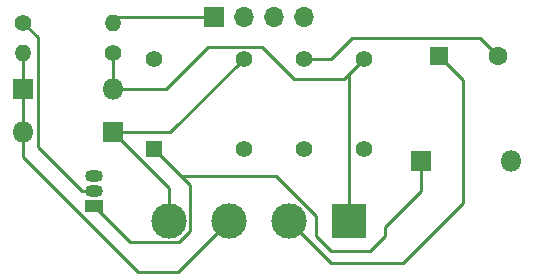
<source format=gbr>
%TF.GenerationSoftware,KiCad,Pcbnew,(5.1.6)-1*%
%TF.CreationDate,2021-01-10T14:53:30+01:00*%
%TF.ProjectId,dcBreak,64634272-6561-46b2-9e6b-696361645f70,rev?*%
%TF.SameCoordinates,Original*%
%TF.FileFunction,Copper,L2,Bot*%
%TF.FilePolarity,Positive*%
%FSLAX46Y46*%
G04 Gerber Fmt 4.6, Leading zero omitted, Abs format (unit mm)*
G04 Created by KiCad (PCBNEW (5.1.6)-1) date 2021-01-10 14:53:30*
%MOMM*%
%LPD*%
G01*
G04 APERTURE LIST*
%TA.AperFunction,ComponentPad*%
%ADD10C,3.000000*%
%TD*%
%TA.AperFunction,ComponentPad*%
%ADD11R,3.000000X3.000000*%
%TD*%
%TA.AperFunction,ComponentPad*%
%ADD12C,1.400000*%
%TD*%
%TA.AperFunction,ComponentPad*%
%ADD13R,1.400000X1.400000*%
%TD*%
%TA.AperFunction,ComponentPad*%
%ADD14R,1.600000X1.600000*%
%TD*%
%TA.AperFunction,ComponentPad*%
%ADD15C,1.600000*%
%TD*%
%TA.AperFunction,ComponentPad*%
%ADD16O,1.700000X1.700000*%
%TD*%
%TA.AperFunction,ComponentPad*%
%ADD17R,1.700000X1.700000*%
%TD*%
%TA.AperFunction,ComponentPad*%
%ADD18O,1.500000X1.050000*%
%TD*%
%TA.AperFunction,ComponentPad*%
%ADD19R,1.500000X1.050000*%
%TD*%
%TA.AperFunction,ComponentPad*%
%ADD20R,1.800000X1.800000*%
%TD*%
%TA.AperFunction,ComponentPad*%
%ADD21O,1.800000X1.800000*%
%TD*%
%TA.AperFunction,ComponentPad*%
%ADD22O,1.400000X1.400000*%
%TD*%
%TA.AperFunction,Conductor*%
%ADD23C,0.250000*%
%TD*%
G04 APERTURE END LIST*
D10*
%TO.P,J1,2*%
%TO.N,/O*%
X114300000Y-129540000D03*
%TO.P,J1,3*%
%TO.N,/safety*%
X109220000Y-129540000D03*
D11*
%TO.P,J1,1*%
%TO.N,/B*%
X119380000Y-129540000D03*
D10*
%TO.P,J1,4*%
%TO.N,/break*%
X104140000Y-129540000D03*
%TD*%
D12*
%TO.P,K1,8*%
%TO.N,/break*%
X110490000Y-115824000D03*
%TO.P,K1,9*%
%TO.N,/B*%
X120650000Y-115824000D03*
%TO.P,K1,7*%
%TO.N,Net-(C1-Pad2)*%
X115570000Y-115824000D03*
%TO.P,K1,3*%
%TO.N,Net-(K1-Pad3)*%
X110490000Y-123444000D03*
%TO.P,K1,4*%
%TO.N,Net-(K1-Pad4)*%
X120650000Y-123444000D03*
%TO.P,K1,2*%
%TO.N,Net-(K1-Pad2)*%
X115570000Y-123444000D03*
%TO.P,K1,10*%
%TO.N,+5V*%
X102870000Y-115824000D03*
D13*
%TO.P,K1,1*%
%TO.N,Net-(D3-Pad1)*%
X102870000Y-123444000D03*
%TD*%
D14*
%TO.P,C1,1*%
%TO.N,/O*%
X127000000Y-115570000D03*
D15*
%TO.P,C1,2*%
%TO.N,Net-(C1-Pad2)*%
X132000000Y-115570000D03*
%TD*%
D16*
%TO.P,J2,4*%
%TO.N,GND*%
X115570000Y-112268000D03*
%TO.P,J2,3*%
%TO.N,+5V*%
X113030000Y-112268000D03*
%TO.P,J2,2*%
%TO.N,Net-(J2-Pad2)*%
X110490000Y-112268000D03*
D17*
%TO.P,J2,1*%
%TO.N,Net-(J2-Pad1)*%
X107950000Y-112268000D03*
%TD*%
D18*
%TO.P,Q1,2*%
%TO.N,Net-(Q1-Pad2)*%
X97790000Y-127000000D03*
%TO.P,Q1,3*%
%TO.N,GND*%
X97790000Y-125730000D03*
D19*
%TO.P,Q1,1*%
%TO.N,Net-(D3-Pad1)*%
X97790000Y-128270000D03*
%TD*%
D20*
%TO.P,D1,1*%
%TO.N,/safety*%
X91821000Y-118364000D03*
D21*
%TO.P,D1,2*%
%TO.N,/B*%
X99441000Y-118364000D03*
%TD*%
%TO.P,D2,2*%
%TO.N,/safety*%
X91821000Y-122047000D03*
D20*
%TO.P,D2,1*%
%TO.N,/break*%
X99441000Y-122047000D03*
%TD*%
%TO.P,D3,1*%
%TO.N,Net-(D3-Pad1)*%
X125476000Y-124460000D03*
D21*
%TO.P,D3,2*%
%TO.N,+5V*%
X133096000Y-124460000D03*
%TD*%
D22*
%TO.P,R1,2*%
%TO.N,Net-(J2-Pad1)*%
X99441000Y-112776000D03*
D12*
%TO.P,R1,1*%
%TO.N,Net-(Q1-Pad2)*%
X91821000Y-112776000D03*
%TD*%
%TO.P,R2,1*%
%TO.N,/B*%
X99441000Y-115316000D03*
D22*
%TO.P,R2,2*%
%TO.N,/safety*%
X91821000Y-115316000D03*
%TD*%
D23*
%TO.N,Net-(D3-Pad1)*%
X105965001Y-126539001D02*
X102870000Y-123444000D01*
X105965001Y-130416001D02*
X105965001Y-126539001D01*
X105016001Y-131365001D02*
X105965001Y-130416001D01*
X100885001Y-131365001D02*
X105016001Y-131365001D01*
X97790000Y-128270000D02*
X100885001Y-131365001D01*
X125476000Y-127029002D02*
X122428000Y-130077002D01*
X125476000Y-124460000D02*
X125476000Y-127029002D01*
X122428000Y-130077002D02*
X122428000Y-130810000D01*
X122428000Y-130810000D02*
X121158000Y-132080000D01*
X121158000Y-132080000D02*
X117856000Y-132080000D01*
X117856000Y-132080000D02*
X116586000Y-130810000D01*
X116586000Y-129124998D02*
X113191002Y-125730000D01*
X116586000Y-130810000D02*
X116586000Y-129124998D01*
X105156000Y-125730000D02*
X102870000Y-123444000D01*
X113191002Y-125730000D02*
X105156000Y-125730000D01*
%TO.N,/O*%
X129032000Y-117602000D02*
X127000000Y-115570000D01*
X129032000Y-128016000D02*
X129032000Y-117602000D01*
X123952000Y-133096000D02*
X129032000Y-128016000D01*
X114300000Y-129540000D02*
X117856000Y-133096000D01*
X117856000Y-133096000D02*
X123952000Y-133096000D01*
%TO.N,/break*%
X104140000Y-126746000D02*
X99441000Y-122047000D01*
X104140000Y-129540000D02*
X104140000Y-126746000D01*
X104267000Y-122047000D02*
X99441000Y-122047000D01*
X110490000Y-115824000D02*
X104267000Y-122047000D01*
%TO.N,Net-(C1-Pad2)*%
X130476000Y-114046000D02*
X132000000Y-115570000D01*
X119634000Y-114046000D02*
X130476000Y-114046000D01*
X117856000Y-115824000D02*
X119634000Y-114046000D01*
X115570000Y-115824000D02*
X117856000Y-115824000D01*
%TO.N,Net-(Q1-Pad2)*%
X93046001Y-114001001D02*
X91821000Y-112776000D01*
X96790000Y-127000000D02*
X93046001Y-123256001D01*
X93046001Y-123256001D02*
X93046001Y-114001001D01*
X97790000Y-127000000D02*
X96790000Y-127000000D01*
%TO.N,/B*%
X99441000Y-115316000D02*
X99441000Y-118364000D01*
X118939600Y-117534400D02*
X114740400Y-117534400D01*
X120650000Y-115824000D02*
X118939600Y-117534400D01*
X112004999Y-114798999D02*
X107451001Y-114798999D01*
X114740400Y-117534400D02*
X112004999Y-114798999D01*
X103886000Y-118364000D02*
X99441000Y-118364000D01*
X107451001Y-114798999D02*
X103886000Y-118364000D01*
X119380000Y-117094000D02*
X120650000Y-115824000D01*
X119380000Y-129540000D02*
X119380000Y-117094000D01*
%TO.N,/safety*%
X91821000Y-115316000D02*
X91821000Y-118364000D01*
X91821000Y-118364000D02*
X91821000Y-122047000D01*
X109220000Y-129540000D02*
X104902000Y-133858000D01*
X91821000Y-124161002D02*
X91821000Y-122047000D01*
X101517998Y-133858000D02*
X91821000Y-124161002D01*
X104902000Y-133858000D02*
X101517998Y-133858000D01*
%TO.N,Net-(J2-Pad1)*%
X99949000Y-112268000D02*
X99441000Y-112776000D01*
X107950000Y-112268000D02*
X99949000Y-112268000D01*
%TD*%
M02*

</source>
